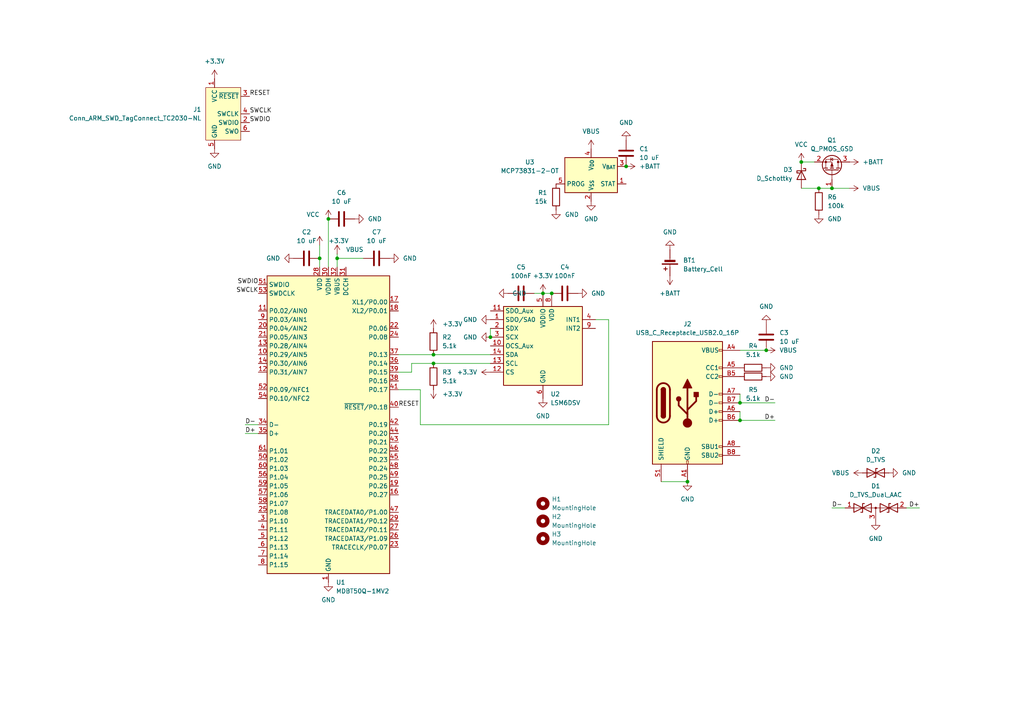
<source format=kicad_sch>
(kicad_sch (version 20231120) (generator "eeschema") (generator_version "8.0")
  (paper "A4")
  (lib_symbols
    (symbol "+3.3V_1" (power) (pin_numbers hide) (pin_names (offset 0) hide)
      (property "Value" "+3.3V" (at 0 3.556 0))
      (symbol "+3.3V_1_0_1"
        (polyline (pts (xy -0.762 1.27) (xy 0 2.54)))
        (polyline (pts (xy 0 0) (xy 0 2.54)))
        (polyline (pts (xy 0 2.54) (xy 0.762 1.27)))
      )
      (symbol "+3.3V_1_1_1"
        (pin power_in line (at 0 0 90) (length 0) (name "~") (number "1"))
      )
    )
    (symbol "+BATT_1" (power) (pin_numbers hide) (pin_names (offset 0) hide)
      (property "Value" "+BATT" (at 0 3.556 0))
      (symbol "+BATT_1_0_1"
        (polyline (pts (xy -0.762 1.27) (xy 0 2.54)))
        (polyline (pts (xy 0 0) (xy 0 2.54)))
        (polyline (pts (xy 0 2.54) (xy 0.762 1.27)))
      )
      (symbol "+BATT_1_1_1"
        (pin power_in line (at 0 0 90) (length 0) (name "~") (number "1"))
      )
    )
    (symbol "Battery_Management:MCP73831-2-OT"
      (property "Reference" "U" (at -7.62 6.35 0))
      (property "Value" "MCP73831-2-OT" (at 1.27 6.35 0))
      (symbol "MCP73831-2-OT_0_1"
        (rectangle (start -7.62 5.08) (end 7.62 -5.08) (stroke (width 0.254)) (fill (type background)))
      )
      (symbol "MCP73831-2-OT_1_1"
        (pin output line (at 10.16 -2.54 180) (length 2.54) (name "STAT") (number "1"))
        (pin power_in line (at 0 -7.62 90) (length 2.54) (name "V_{SS}") (number "2"))
        (pin power_out line (at 10.16 2.54 180) (length 2.54) (name "V_{BAT}") (number "3"))
        (pin power_in line (at 0 7.62 270) (length 2.54) (name "V_{DD}") (number "4"))
        (pin input line (at -10.16 -2.54 0) (length 2.54) (name "PROG") (number "5"))
      )
    )
    (symbol "Connector:Conn_ARM_SWD_TagConnect_TC2030-NL" (in_bom no)
      (property "Reference" "J" (at 2.54 11.43 0))
      (property "Value" "Conn_ARM_SWD_TagConnect_TC2030-NL" (at 2.54 8.89 0))
      (symbol "Conn_ARM_SWD_TagConnect_TC2030-NL_0_0"
        (pin power_in line (at -2.54 10.16 270) (length 2.54) (name "VCC") (number "1"))
        (pin bidirectional line (at 7.62 -2.54 180) (length 2.54) (name "SWDIO") (number "2"))
        (pin open_collector line (at 7.62 5.08 180) (length 2.54) (name "~{RESET}") (number "3"))
        (pin output line (at 7.62 0 180) (length 2.54) (name "SWCLK") (number "4"))
        (pin power_in line (at -2.54 -10.16 90) (length 2.54) (name "GND") (number "5"))
        (pin input line (at 7.62 -5.08 180) (length 2.54) (name "SWO") (number "6"))
      )
      (symbol "Conn_ARM_SWD_TagConnect_TC2030-NL_0_1"
        (rectangle (start -5.08 7.62) (end 5.08 -7.62) (fill (type background)))
      )
    )
    (symbol "Connector:USB_C_Receptacle_USB2.0_16P" (pin_names (offset 1.016))
      (property "Reference" "J" (at 0 22.225 0))
      (property "Value" "USB_C_Receptacle_USB2.0_16P" (at 0 19.685 0))
      (symbol "USB_C_Receptacle_USB2.0_16P_0_0"
        (rectangle (start -0.254 -17.78) (end 0.254 -16.764))
        (rectangle (start 10.16 -14.986) (end 9.144 -15.494))
        (rectangle (start 10.16 -12.446) (end 9.144 -12.954))
        (rectangle (start 10.16 -4.826) (end 9.144 -5.334))
        (rectangle (start 10.16 -2.286) (end 9.144 -2.794))
        (rectangle (start 10.16 0.254) (end 9.144 -0.254))
        (rectangle (start 10.16 2.794) (end 9.144 2.286))
        (rectangle (start 10.16 7.874) (end 9.144 7.366))
        (rectangle (start 10.16 10.414) (end 9.144 9.906))
        (rectangle (start 10.16 15.494) (end 9.144 14.986))
      )
      (symbol "USB_C_Receptacle_USB2.0_16P_0_1"
        (rectangle (start -10.16 17.78) (end 10.16 -17.78) (stroke (width 0.254)) (fill (type background)))
        (arc (start -8.89 -3.81) (mid -6.985 -5.7067) (end -5.08 -3.81) (stroke (width 0.508)))
        (arc (start -7.62 -3.81) (mid -6.985 -4.4423) (end -6.35 -3.81) (stroke (width 0.254)))
        (arc (start -7.62 -3.81) (mid -6.985 -4.4423) (end -6.35 -3.81) (stroke (width 0.254)) (fill (type outline)))
        (rectangle (start -7.62 -3.81) (end -6.35 3.81) (stroke (width 0.254)) (fill (type outline)))
        (arc (start -6.35 3.81) (mid -6.985 4.4423) (end -7.62 3.81) (stroke (width 0.254)))
        (arc (start -6.35 3.81) (mid -6.985 4.4423) (end -7.62 3.81) (stroke (width 0.254)) (fill (type outline)))
        (arc (start -5.08 3.81) (mid -6.985 5.7067) (end -8.89 3.81) (stroke (width 0.508)))
        (circle (center -2.54 1.143) (radius 0.635) (stroke (width 0.254)) (fill (type outline)))
        (circle (center 0 -5.842) (radius 1.27) (fill (type outline)))
        (polyline (pts (xy -8.89 -3.81) (xy -8.89 3.81)) (stroke (width 0.508)))
        (polyline (pts (xy -5.08 3.81) (xy -5.08 -3.81)) (stroke (width 0.508)))
        (polyline (pts (xy 0 -5.842) (xy 0 4.318)) (stroke (width 0.508)))
        (polyline (pts (xy 0 -3.302) (xy -2.54 -0.762) (xy -2.54 0.508)) (stroke (width 0.508)))
        (polyline (pts (xy 0 -2.032) (xy 2.54 0.508) (xy 2.54 1.778)) (stroke (width 0.508)))
        (polyline (pts (xy -1.27 4.318) (xy 0 6.858) (xy 1.27 4.318) (xy -1.27 4.318)) (stroke (width 0.254)) (fill (type outline)))
        (rectangle (start 1.905 1.778) (end 3.175 3.048) (stroke (width 0.254)) (fill (type outline)))
      )
      (symbol "USB_C_Receptacle_USB2.0_16P_1_1"
        (pin passive line (at 0 -22.86 90) (length 5.08) (name "GND") (number "A1"))
        (pin passive line (at 0 -22.86 90) (length 5.08) hide (name "GND") (number "A12"))
        (pin passive line (at 15.24 15.24 180) (length 5.08) (name "VBUS") (number "A4"))
        (pin bidirectional line (at 15.24 10.16 180) (length 5.08) (name "CC1") (number "A5"))
        (pin bidirectional line (at 15.24 -2.54 180) (length 5.08) (name "D+") (number "A6"))
        (pin bidirectional line (at 15.24 2.54 180) (length 5.08) (name "D-") (number "A7"))
        (pin bidirectional line (at 15.24 -12.7 180) (length 5.08) (name "SBU1") (number "A8"))
        (pin passive line (at 15.24 15.24 180) (length 5.08) hide (name "VBUS") (number "A9"))
        (pin passive line (at 0 -22.86 90) (length 5.08) hide (name "GND") (number "B1"))
        (pin passive line (at 0 -22.86 90) (length 5.08) hide (name "GND") (number "B12"))
        (pin passive line (at 15.24 15.24 180) (length 5.08) hide (name "VBUS") (number "B4"))
        (pin bidirectional line (at 15.24 7.62 180) (length 5.08) (name "CC2") (number "B5"))
        (pin bidirectional line (at 15.24 -5.08 180) (length 5.08) (name "D+") (number "B6"))
        (pin bidirectional line (at 15.24 0 180) (length 5.08) (name "D-") (number "B7"))
        (pin bidirectional line (at 15.24 -15.24 180) (length 5.08) (name "SBU2") (number "B8"))
        (pin passive line (at 15.24 15.24 180) (length 5.08) hide (name "VBUS") (number "B9"))
        (pin passive line (at -7.62 -22.86 90) (length 5.08) (name "SHIELD") (number "S1"))
      )
    )
    (symbol "Device:Battery_Cell" (pin_numbers hide) (pin_names (offset 0) hide)
      (property "Reference" "BT" (at 2.54 2.54 0))
      (property "Value" "Battery_Cell" (at 2.54 0 0))
      (symbol "Battery_Cell_0_1"
        (rectangle (start -2.286 1.778) (end 2.286 1.524) (fill (type outline)))
        (rectangle (start -1.524 1.016) (end 1.524 0.508) (fill (type outline)))
        (polyline (pts (xy 0 0.762) (xy 0 0)))
        (polyline (pts (xy 0 1.778) (xy 0 2.54)))
        (polyline (pts (xy 0.762 3.048) (xy 1.778 3.048)) (stroke (width 0.254)))
        (polyline (pts (xy 1.27 3.556) (xy 1.27 2.54)) (stroke (width 0.254)))
      )
      (symbol "Battery_Cell_1_1"
        (pin passive line (at 0 5.08 270) (length 2.54) (name "+") (number "1"))
        (pin passive line (at 0 -2.54 90) (length 2.54) (name "-") (number "2"))
      )
    )
    (symbol "Device:C" (pin_numbers hide) (pin_names (offset 0.254))
      (property "Reference" "C" (at 0.635 2.54 0))
      (property "Value" "C" (at 0.635 -2.54 0))
      (symbol "C_0_1"
        (polyline (pts (xy -2.032 -0.762) (xy 2.032 -0.762)) (stroke (width 0.508)))
        (polyline (pts (xy -2.032 0.762) (xy 2.032 0.762)) (stroke (width 0.508)))
      )
      (symbol "C_1_1"
        (pin passive line (at 0 3.81 270) (length 2.794) (name "~") (number "1"))
        (pin passive line (at 0 -3.81 90) (length 2.794) (name "~") (number "2"))
      )
    )
    (symbol "Device:D_Schottky" (pin_numbers hide) (pin_names (offset 1.016) hide)
      (property "Reference" "D" (at 0 2.54 0))
      (property "Value" "D_Schottky" (at 0 -2.54 0))
      (symbol "D_Schottky_0_1"
        (polyline (pts (xy 1.27 0) (xy -1.27 0)))
        (polyline (pts (xy 1.27 1.27) (xy 1.27 -1.27) (xy -1.27 0) (xy 1.27 1.27)) (stroke (width 0.254)))
        (polyline (pts (xy -1.905 0.635) (xy -1.905 1.27) (xy -1.27 1.27) (xy -1.27 -1.27) (xy -0.635 -1.27) (xy -0.635 -0.635)) (stroke (width 0.254)))
      )
      (symbol "D_Schottky_1_1"
        (pin passive line (at -3.81 0 0) (length 2.54) (name "K") (number "1"))
        (pin passive line (at 3.81 0 180) (length 2.54) (name "A") (number "2"))
      )
    )
    (symbol "Device:D_TVS" (pin_numbers hide) (pin_names (offset 1.016) hide)
      (property "Reference" "D" (at 0 2.54 0))
      (property "Value" "D_TVS" (at 0 -2.54 0))
      (symbol "D_TVS_0_1"
        (polyline (pts (xy 1.27 0) (xy -1.27 0)))
        (polyline (pts (xy 0.508 1.27) (xy 0 1.27) (xy 0 -1.27) (xy -0.508 -1.27)) (stroke (width 0.254)))
        (polyline (pts (xy -2.54 1.27) (xy -2.54 -1.27) (xy 2.54 1.27) (xy 2.54 -1.27) (xy -2.54 1.27)) (stroke (width 0.254)))
      )
      (symbol "D_TVS_1_1"
        (pin passive line (at -3.81 0 0) (length 2.54) (name "A1") (number "1"))
        (pin passive line (at 3.81 0 180) (length 2.54) (name "A2") (number "2"))
      )
    )
    (symbol "Device:D_TVS_Dual_AAC" (pin_names (offset 1.016) hide)
      (property "Reference" "D" (at 0 4.445 0))
      (property "Value" "D_TVS_Dual_AAC" (at 0 2.54 0))
      (symbol "D_TVS_Dual_AAC_0_0"
        (polyline (pts (xy 0 -1.27) (xy 0 0)))
      )
      (symbol "D_TVS_Dual_AAC_0_1"
        (polyline (pts (xy -6.35 0) (xy 6.35 0)))
        (polyline (pts (xy -3.302 1.27) (xy -3.81 1.27) (xy -3.81 -1.27) (xy -4.318 -1.27)) (stroke (width 0.254)))
        (polyline (pts (xy 4.318 1.27) (xy 3.81 1.27) (xy 3.81 -1.27) (xy 3.302 -1.27)) (stroke (width 0.254)))
        (polyline (pts (xy -6.35 1.27) (xy -1.27 -1.27) (xy -1.27 1.27) (xy -6.35 -1.27) (xy -6.35 1.27)) (stroke (width 0.254)))
        (polyline (pts (xy 6.35 1.27) (xy 1.27 -1.27) (xy 1.27 1.27) (xy 6.35 -1.27) (xy 6.35 1.27)) (stroke (width 0.254)))
        (circle (center 0 0) (radius 0.254) (fill (type outline)))
      )
      (symbol "D_TVS_Dual_AAC_1_1"
        (pin passive line (at -8.89 0 0) (length 2.54) (name "A1") (number "1"))
        (pin passive line (at 8.89 0 180) (length 2.54) (name "A2") (number "2"))
        (pin passive line (at 0 -3.81 90) (length 2.54) (name "common") (number "3"))
      )
    )
    (symbol "Device:Q_PMOS_GSD" (pin_names (offset 0) hide)
      (property "Reference" "Q" (at 5.08 1.27 0))
      (property "Value" "Q_PMOS_GSD" (at 5.08 -1.27 0))
      (symbol "Q_PMOS_GSD_0_1"
        (polyline (pts (xy 0.254 0) (xy -2.54 0)))
        (polyline (pts (xy 0.254 1.905) (xy 0.254 -1.905)) (stroke (width 0.254)))
        (polyline (pts (xy 0.762 -1.27) (xy 0.762 -2.286)) (stroke (width 0.254)))
        (polyline (pts (xy 0.762 0.508) (xy 0.762 -0.508)) (stroke (width 0.254)))
        (polyline (pts (xy 0.762 2.286) (xy 0.762 1.27)) (stroke (width 0.254)))
        (polyline (pts (xy 2.54 2.54) (xy 2.54 1.778)))
        (polyline (pts (xy 2.54 -2.54) (xy 2.54 0) (xy 0.762 0)))
        (polyline (pts (xy 0.762 1.778) (xy 3.302 1.778) (xy 3.302 -1.778) (xy 0.762 -1.778)))
        (polyline (pts (xy 2.286 0) (xy 1.27 0.381) (xy 1.27 -0.381) (xy 2.286 0)) (fill (type outline)))
        (polyline (pts (xy 2.794 -0.508) (xy 2.921 -0.381) (xy 3.683 -0.381) (xy 3.81 -0.254)))
        (polyline (pts (xy 3.302 -0.381) (xy 2.921 0.254) (xy 3.683 0.254) (xy 3.302 -0.381)))
        (circle (center 1.651 0) (radius 2.794) (stroke (width 0.254)))
        (circle (center 2.54 -1.778) (radius 0.254) (fill (type outline)))
        (circle (center 2.54 1.778) (radius 0.254) (fill (type outline)))
      )
      (symbol "Q_PMOS_GSD_1_1"
        (pin input line (at -5.08 0 0) (length 2.54) (name "G") (number "1"))
        (pin passive line (at 2.54 -5.08 90) (length 2.54) (name "S") (number "2"))
        (pin passive line (at 2.54 5.08 270) (length 2.54) (name "D") (number "3"))
      )
    )
    (symbol "Device:R" (pin_numbers hide) (pin_names (offset 0))
      (property "Reference" "R" (at 2.032 0 90))
      (property "Value" "R" (at 0 0 90))
      (symbol "R_0_1"
        (rectangle (start -1.016 -2.54) (end 1.016 2.54) (stroke (width 0.254)))
      )
      (symbol "R_1_1"
        (pin passive line (at 0 3.81 270) (length 1.27) (name "~") (number "1"))
        (pin passive line (at 0 -3.81 90) (length 1.27) (name "~") (number "2"))
      )
    )
    (symbol "GND_1" (power) (pin_numbers hide) (pin_names (offset 0) hide)
      (property "Value" "GND" (at 0 -3.81 0))
      (symbol "GND_1_0_1"
        (polyline (pts (xy 0 0) (xy 0 -1.27) (xy 1.27 -1.27) (xy 0 -2.54) (xy -1.27 -1.27) (xy 0 -1.27)))
      )
      (symbol "GND_1_1_1"
        (pin power_in line (at 0 0 270) (length 0) (name "~") (number "1"))
      )
    )
    (symbol "GND_2" (power) (pin_numbers hide) (pin_names (offset 0) hide)
      (property "Value" "GND" (at 0 -3.81 0))
      (symbol "GND_2_0_1"
        (polyline (pts (xy 0 0) (xy 0 -1.27) (xy 1.27 -1.27) (xy 0 -2.54) (xy -1.27 -1.27) (xy 0 -1.27)))
      )
      (symbol "GND_2_1_1"
        (pin power_in line (at 0 0 270) (length 0) (name "~") (number "1"))
      )
    )
    (symbol "GND_3" (power) (pin_numbers hide) (pin_names (offset 0) hide)
      (property "Value" "GND" (at 0 -3.81 0))
      (symbol "GND_3_0_1"
        (polyline (pts (xy 0 0) (xy 0 -1.27) (xy 1.27 -1.27) (xy 0 -2.54) (xy -1.27 -1.27) (xy 0 -1.27)))
      )
      (symbol "GND_3_1_1"
        (pin power_in line (at 0 0 270) (length 0) (name "~") (number "1"))
      )
    )
    (symbol "GND_4" (power) (pin_numbers hide) (pin_names (offset 0) hide)
      (property "Value" "GND" (at 0 -3.81 0))
      (symbol "GND_4_0_1"
        (polyline (pts (xy 0 0) (xy 0 -1.27) (xy 1.27 -1.27) (xy 0 -2.54) (xy -1.27 -1.27) (xy 0 -1.27)))
      )
      (symbol "GND_4_1_1"
        (pin power_in line (at 0 0 270) (length 0) (name "~") (number "1"))
      )
    )
    (symbol "Mechanical:MountingHole" (pin_names (offset 1.016))
      (property "Reference" "H" (at 0 5.08 0))
      (property "Value" "MountingHole" (at 0 3.175 0))
      (symbol "MountingHole_0_1"
        (circle (center 0 0) (radius 1.27) (stroke (width 1.27)))
      )
    )
    (symbol "RF_Module:MDBT50Q-1MV2"
      (property "Reference" "U" (at 0 0 0))
      (property "Value" "MDBT50Q-1MV2" (at 0 -2.54 0))
      (symbol "MDBT50Q-1MV2_0_1"
        (rectangle (start -17.78 43.18) (end 17.78 -43.18) (stroke (width 0.254)) (fill (type background)))
      )
      (symbol "MDBT50Q-1MV2_1_1"
        (pin power_in line (at 0 -45.72 90) (length 2.54) (name "GND") (number "1"))
        (pin bidirectional line (at -20.32 20.32 0) (length 2.54) (name "P0.29/AIN5") (number "10"))
        (pin bidirectional line (at -20.32 33.02 0) (length 2.54) (name "P0.02/AIN0") (number "11"))
        (pin bidirectional line (at -20.32 15.24 0) (length 2.54) (name "P0.31/AIN7") (number "12"))
        (pin bidirectional line (at -20.32 22.86 0) (length 2.54) (name "P0.28/AIN4") (number "13"))
        (pin bidirectional line (at -20.32 17.78 0) (length 2.54) (name "P0.30/AIN6") (number "14"))
        (pin passive line (at 0 -45.72 90) (length 2.54) hide (name "GND") (number "15"))
        (pin bidirectional line (at 20.32 -20.32 180) (length 2.54) (name "P0.27") (number "16"))
        (pin bidirectional line (at 20.32 35.56 180) (length 2.54) (name "XL1/P0.00") (number "17"))
        (pin bidirectional line (at 20.32 33.02 180) (length 2.54) (name "XL2/P0.01") (number "18"))
        (pin bidirectional line (at 20.32 -17.78 180) (length 2.54) (name "P0.26") (number "19"))
        (pin passive line (at 0 -45.72 90) (length 2.54) hide (name "GND") (number "2"))
        (pin bidirectional line (at -20.32 27.94 0) (length 2.54) (name "P0.04/AIN2") (number "20"))
        (pin bidirectional line (at -20.32 25.4 0) (length 2.54) (name "P0.05/AIN3") (number "21"))
        (pin bidirectional line (at 20.32 27.94 180) (length 2.54) (name "P0.06") (number "22"))
        (pin bidirectional line (at 20.32 -35.56 180) (length 2.54) (name "TRACECLK/P0.07") (number "23"))
        (pin bidirectional line (at 20.32 25.4 180) (length 2.54) (name "P0.08") (number "24"))
        (pin bidirectional line (at -20.32 -25.4 0) (length 2.54) (name "P1.08") (number "25"))
        (pin bidirectional line (at 20.32 -33.02 180) (length 2.54) (name "TRACEDATA3/P1.09") (number "26"))
        (pin bidirectional line (at 20.32 -30.48 180) (length 2.54) (name "TRACEDATA2/P0.11") (number "27"))
        (pin power_in line (at -2.54 45.72 270) (length 2.54) (name "VDD") (number "28"))
        (pin bidirectional line (at 20.32 -27.94 180) (length 2.54) (name "TRACEDATA1/P0.12") (number "29"))
        (pin bidirectional line (at -20.32 -27.94 0) (length 2.54) (name "P1.10") (number "3"))
        (pin power_in line (at 0 45.72 270) (length 2.54) (name "VDDH") (number "30"))
        (pin power_out line (at 5.08 45.72 270) (length 2.54) (name "DCCH") (number "31"))
        (pin power_in line (at 2.54 45.72 270) (length 2.54) (name "VBUS") (number "32"))
        (pin passive line (at 0 -45.72 90) (length 2.54) hide (name "GND") (number "33"))
        (pin bidirectional line (at -20.32 0 0) (length 2.54) (name "D-") (number "34"))
        (pin bidirectional line (at -20.32 -2.54 0) (length 2.54) (name "D+") (number "35"))
        (pin bidirectional line (at 20.32 17.78 180) (length 2.54) (name "P0.14") (number "36"))
        (pin bidirectional line (at 20.32 20.32 180) (length 2.54) (name "P0.13") (number "37"))
        (pin bidirectional line (at 20.32 12.7 180) (length 2.54) (name "P0.16") (number "38"))
        (pin bidirectional line (at 20.32 15.24 180) (length 2.54) (name "P0.15") (number "39"))
        (pin bidirectional line (at -20.32 -30.48 0) (length 2.54) (name "P1.11") (number "4"))
        (pin bidirectional line (at 20.32 5.08 180) (length 2.54) (name "~{RESET}/P0.18") (number "40"))
        (pin bidirectional line (at 20.32 10.16 180) (length 2.54) (name "P0.17") (number "41"))
        (pin bidirectional line (at 20.32 0 180) (length 2.54) (name "P0.19") (number "42"))
        (pin bidirectional line (at 20.32 -5.08 180) (length 2.54) (name "P0.21") (number "43"))
        (pin bidirectional line (at 20.32 -2.54 180) (length 2.54) (name "P0.20") (number "44"))
        (pin bidirectional line (at 20.32 -10.16 180) (length 2.54) (name "P0.23") (number "45"))
        (pin bidirectional line (at 20.32 -7.62 180) (length 2.54) (name "P0.22") (number "46"))
        (pin bidirectional line (at 20.32 -25.4 180) (length 2.54) (name "TRACEDATA0/P1.00") (number "47"))
        (pin bidirectional line (at 20.32 -12.7 180) (length 2.54) (name "P0.24") (number "48"))
        (pin bidirectional line (at 20.32 -15.24 180) (length 2.54) (name "P0.25") (number "49"))
        (pin bidirectional line (at -20.32 -33.02 0) (length 2.54) (name "P1.12") (number "5"))
        (pin bidirectional line (at -20.32 -10.16 0) (length 2.54) (name "P1.02") (number "50"))
        (pin bidirectional line (at -20.32 40.64 0) (length 2.54) (name "SWDIO") (number "51"))
        (pin bidirectional line (at -20.32 10.16 0) (length 2.54) (name "P0.09/NFC1") (number "52"))
        (pin input line (at -20.32 38.1 0) (length 2.54) (name "SWDCLK") (number "53"))
        (pin bidirectional line (at -20.32 7.62 0) (length 2.54) (name "P0.10/NFC2") (number "54"))
        (pin passive line (at 0 -45.72 90) (length 2.54) hide (name "GND") (number "55"))
        (pin bidirectional line (at -20.32 -15.24 0) (length 2.54) (name "P1.04") (number "56"))
        (pin bidirectional line (at -20.32 -20.32 0) (length 2.54) (name "P1.06") (number "57"))
        (pin bidirectional line (at -20.32 -22.86 0) (length 2.54) (name "P1.07") (number "58"))
        (pin bidirectional line (at -20.32 -17.78 0) (length 2.54) (name "P1.05") (number "59"))
        (pin bidirectional line (at -20.32 -35.56 0) (length 2.54) (name "P1.13") (number "6"))
        (pin bidirectional line (at -20.32 -12.7 0) (length 2.54) (name "P1.03") (number "60"))
        (pin bidirectional line (at -20.32 -7.62 0) (length 2.54) (name "P1.01") (number "61"))
        (pin bidirectional line (at -20.32 -38.1 0) (length 2.54) (name "P1.14") (number "7"))
        (pin bidirectional line (at -20.32 -40.64 0) (length 2.54) (name "P1.15") (number "8"))
        (pin bidirectional line (at -20.32 30.48 0) (length 2.54) (name "P0.03/AIN1") (number "9"))
      )
    )
    (symbol "VBUS_1" (power) (pin_numbers hide) (pin_names (offset 0) hide)
      (property "Value" "VBUS" (at 0 3.556 0))
      (symbol "VBUS_1_0_1"
        (polyline (pts (xy -0.762 1.27) (xy 0 2.54)))
        (polyline (pts (xy 0 0) (xy 0 2.54)))
        (polyline (pts (xy 0 2.54) (xy 0.762 1.27)))
      )
      (symbol "VBUS_1_1_1"
        (pin power_in line (at 0 0 90) (length 0) (name "~") (number "1"))
      )
    )
    (symbol "VBUS_2" (power) (pin_numbers hide) (pin_names (offset 0) hide)
      (property "Value" "VBUS" (at 0 3.556 0))
      (symbol "VBUS_2_0_1"
        (polyline (pts (xy -0.762 1.27) (xy 0 2.54)))
        (polyline (pts (xy 0 0) (xy 0 2.54)))
        (polyline (pts (xy 0 2.54) (xy 0.762 1.27)))
      )
      (symbol "VBUS_2_1_1"
        (pin power_in line (at 0 0 90) (length 0) (name "~") (number "1"))
      )
    )
    (symbol "VBUS_3" (power) (pin_numbers hide) (pin_names (offset 0) hide)
      (property "Value" "VBUS" (at 0 3.556 0))
      (symbol "VBUS_3_0_1"
        (polyline (pts (xy -0.762 1.27) (xy 0 2.54)))
        (polyline (pts (xy 0 0) (xy 0 2.54)))
        (polyline (pts (xy 0 2.54) (xy 0.762 1.27)))
      )
      (symbol "VBUS_3_1_1"
        (pin power_in line (at 0 0 90) (length 0) (name "~") (number "1"))
      )
    )
    (symbol "adhoc:LSM6DSV"
      (property "Reference" "U" (at -11.43 15.24 0))
      (property "Value" "LSM6DSV" (at -11.43 12.7 0))
      (symbol "LSM6DSV_0_1"
        (rectangle (start 11.43 11.43) (end -11.43 -11.43) (stroke (width 0.254)) (fill (type background)))
      )
      (symbol "LSM6DSV_1_1"
        (pin bidirectional line (at -15.24 7.62 0) (length 3.81) (name "SDO/SA0") (number "1"))
        (pin passive line (at -15.24 0 0) (length 3.81) (name "OCS_Aux") (number "10"))
        (pin bidirectional line (at -15.24 10.16 0) (length 3.81) (name "SDO_Aux") (number "11"))
        (pin input line (at -15.24 -7.62 0) (length 3.81) (name "CS") (number "12"))
        (pin input line (at -15.24 -5.08 0) (length 3.81) (name "SCL") (number "13"))
        (pin bidirectional line (at -15.24 -2.54 0) (length 3.81) (name "SDA") (number "14"))
        (pin bidirectional line (at -15.24 5.08 0) (length 3.81) (name "SDX") (number "2"))
        (pin input line (at -15.24 2.54 0) (length 3.81) (name "SCX") (number "3"))
        (pin output line (at 15.24 7.62 180) (length 3.81) (name "INT1") (number "4"))
        (pin power_in line (at 0 15.24 270) (length 3.81) (name "VDDIO") (number "5"))
        (pin power_in line (at 0 -15.24 90) (length 3.81) (name "GND") (number "6"))
        (pin passive line (at 0 -15.24 90) (length 3.81) hide (name "GND") (number "7"))
        (pin power_in line (at 2.54 15.24 270) (length 3.81) (name "VDD") (number "8"))
        (pin output line (at 15.24 5.08 180) (length 3.81) (name "INT2") (number "9"))
      )
    )
    (symbol "power:+3.3V" (power) (pin_names (offset 0))
      (property "Value" "+3.3V" (at 0 3.556 0))
      (symbol "+3.3V_0_1"
        (polyline (pts (xy -0.762 1.27) (xy 0 2.54)))
        (polyline (pts (xy 0 0) (xy 0 2.54)))
        (polyline (pts (xy 0 2.54) (xy 0.762 1.27)))
      )
      (symbol "+3.3V_1_1"
        (pin power_in line (at 0 0 90) (length 0) hide (name "+3.3V") (number "1"))
      )
    )
    (symbol "power:+BATT" (power) (pin_names (offset 0))
      (property "Value" "+BATT" (at 0 3.556 0))
      (symbol "+BATT_0_1"
        (polyline (pts (xy -0.762 1.27) (xy 0 2.54)))
        (polyline (pts (xy 0 0) (xy 0 2.54)))
        (polyline (pts (xy 0 2.54) (xy 0.762 1.27)))
      )
      (symbol "+BATT_1_1"
        (pin power_in line (at 0 0 90) (length 0) hide (name "+BATT") (number "1"))
      )
    )
    (symbol "power:GND" (power) (pin_names (offset 0))
      (property "Value" "GND" (at 0 -3.81 0))
      (symbol "GND_0_1"
        (polyline (pts (xy 0 0) (xy 0 -1.27) (xy 1.27 -1.27) (xy 0 -2.54) (xy -1.27 -1.27) (xy 0 -1.27)))
      )
      (symbol "GND_1_1"
        (pin power_in line (at 0 0 270) (length 0) hide (name "GND") (number "1"))
      )
    )
    (symbol "power:VBUS" (power) (pin_names (offset 0))
      (property "Value" "VBUS" (at 0 3.81 0))
      (symbol "VBUS_0_1"
        (polyline (pts (xy -0.762 1.27) (xy 0 2.54)))
        (polyline (pts (xy 0 0) (xy 0 2.54)))
        (polyline (pts (xy 0 2.54) (xy 0.762 1.27)))
      )
      (symbol "VBUS_1_1"
        (pin power_in line (at 0 0 90) (length 0) hide (name "VBUS") (number "1"))
      )
    )
    (symbol "power:VCC" (power) (pin_numbers hide) (pin_names (offset 0) hide)
      (property "Value" "VCC" (at 0 3.556 0))
      (symbol "VCC_0_1"
        (polyline (pts (xy -0.762 1.27) (xy 0 2.54)))
        (polyline (pts (xy 0 0) (xy 0 2.54)))
        (polyline (pts (xy 0 2.54) (xy 0.762 1.27)))
      )
      (symbol "VCC_1_1"
        (pin power_in line (at 0 0 90) (length 0) (name "~") (number "1"))
      )
    )
  )
  (junction (at 222.25 101.6))
  (junction (at 142.24 97.79))
  (junction (at 232.41 46.99))
  (junction (at 199.39 139.7))
  (junction (at 125.73 102.87))
  (junction (at 97.79 74.93))
  (junction (at 125.73 105.41))
  (junction (at 160.02 85.09))
  (junction (at 181.61 48.26))
  (junction (at 241.3 54.61))
  (junction (at 92.71 74.93))
  (junction (at 157.48 85.09))
  (junction (at 95.25 63.5))
  (junction (at 214.63 116.84))
  (junction (at 214.63 121.92))
  (junction (at 237.49 54.61))
  (wire (pts (xy 119.38 105.41) (xy 119.38 107.95)))
  (wire (pts (xy 157.48 85.09) (xy 160.02 85.09)))
  (wire (pts (xy 125.73 102.87) (xy 142.24 102.87)))
  (wire (pts (xy 214.63 114.3) (xy 214.63 116.84)))
  (wire (pts (xy 71.12 123.19) (xy 74.93 123.19)))
  (wire (pts (xy 97.79 74.93) (xy 97.79 77.47)))
  (wire (pts (xy 224.79 116.84) (xy 214.63 116.84)))
  (wire (pts (xy 176.53 92.71) (xy 176.53 123.19)))
  (wire (pts (xy 119.38 107.95) (xy 115.57 107.95)))
  (wire (pts (xy 142.24 95.25) (xy 142.24 97.79)))
  (wire (pts (xy 154.94 85.09) (xy 157.48 85.09)))
  (wire (pts (xy 266.7 147.32) (xy 262.89 147.32)))
  (wire (pts (xy 71.12 125.73) (xy 74.93 125.73)))
  (wire (pts (xy 172.72 92.71) (xy 176.53 92.71)))
  (wire (pts (xy 222.25 101.6) (xy 214.63 101.6)))
  (wire (pts (xy 105.41 74.93) (xy 97.79 74.93)))
  (wire (pts (xy 97.79 73.66) (xy 97.79 74.93)))
  (wire (pts (xy 241.3 54.61) (xy 237.49 54.61)))
  (wire (pts (xy 115.57 113.03) (xy 121.92 113.03)))
  (wire (pts (xy 92.71 71.12) (xy 92.71 74.93)))
  (wire (pts (xy 125.73 105.41) (xy 119.38 105.41)))
  (wire (pts (xy 95.25 63.5) (xy 95.25 77.47)))
  (wire (pts (xy 236.22 46.99) (xy 232.41 46.99)))
  (wire (pts (xy 241.3 147.32) (xy 245.11 147.32)))
  (wire (pts (xy 191.77 139.7) (xy 199.39 139.7)))
  (wire (pts (xy 214.63 121.92) (xy 224.79 121.92)))
  (wire (pts (xy 121.92 123.19) (xy 176.53 123.19)))
  (wire (pts (xy 92.71 74.93) (xy 92.71 77.47)))
  (wire (pts (xy 115.57 102.87) (xy 125.73 102.87)))
  (wire (pts (xy 142.24 105.41) (xy 125.73 105.41)))
  (wire (pts (xy 214.63 119.38) (xy 214.63 121.92)))
  (wire (pts (xy 246.38 54.61) (xy 241.3 54.61)))
  (wire (pts (xy 121.92 113.03) (xy 121.92 123.19)))
  (wire (pts (xy 237.49 54.61) (xy 232.41 54.61)))
  (label "SWCLK" (at 72.39 33.02 0))
  (label "D+" (at 71.12 125.73 0))
  (label "D+" (at 266.7 147.32 180))
  (label "D+" (at 224.79 121.92 180))
  (label "SWDIO" (at 74.93 82.55 180))
  (label "D-" (at 241.3 147.32 0))
  (label "SWDIO" (at 72.39 35.56 0))
  (label "SWCLK" (at 74.93 85.09 180))
  (label "RESET" (at 115.57 118.11 0))
  (label "RESET" (at 72.39 27.94 0))
  (label "D-" (at 224.79 116.84 180))
  (label "D-" (at 71.12 123.19 0))
  (symbol (lib_id "Device:Battery_Cell") (at 194.31 74.93 180) (unit 1)
    (property "Reference" "BT1" (at 198.12 75.5014 0) (effects (justify right)))
    (property "Value" "Battery_Cell" (at 198.12 78.0414 0) (effects (justify right)))
    (property "Footprint" "adhoc:Molex_Pico-EZmate_78171-0002_1x02-1MP_P1.20mm_Vertical" (effects (hide yes)))
  )
  (symbol (lib_id "Device:Q_PMOS_GSD") (at 241.3 49.53 270) (mirror x) (unit 1)
    (property "Reference" "Q1" (at 241.3 40.64 90))
    (property "Value" "Q_PMOS_GSD" (at 241.3 43.18 90))
    (property "Footprint" "Package_TO_SOT_SMD:SOT-23" (effects (hide yes)))
    (property "Description" "P-MOSFET transistor, gate/source/drain" (effects (hide yes)))
  )
  (symbol (lib_id "power:GND") (at 142.24 97.79 270) (unit 1)
    (property "Reference" "#PWR017" (effects (hide yes)))
    (property "Value" "GND" (at 138.43 97.7899 90) (effects (justify right)))
  )
  (symbol (lib_id "Device:D_TVS") (at 254 137.16 0) (unit 1)
    (property "Reference" "D2" (at 254 130.81 0))
    (property "Value" "D_TVS" (at 254 133.35 0))
    (property "Footprint" "Diode_SMD:D_0603_1608Metric" (effects (hide yes)))
    (property "Description" "Bidirectional transient-voltage-suppression diode" (effects (hide yes)))
  )
  (symbol (lib_id "power:VCC") (at 232.41 46.99 0) (unit 1)
    (property "Reference" "#PWR037" (effects (hide yes)))
    (property "Value" "VCC" (at 232.41 41.91 0))
    (property "Description" "Power symbol creates a global label with name \"VCC\"" (effects (hide yes)))
  )
  (symbol (lib_name "GND_3") (lib_id "power:GND") (at 254 151.13 0) (unit 1)
    (property "Reference" "#PWR033" (effects (hide yes)))
    (property "Value" "GND" (at 254 156.21 0))
    (property "Description" "Power symbol creates a global label with name \"GND\" , ground" (effects (hide yes)))
  )
  (symbol (lib_name "GND_4") (lib_id "power:GND") (at 237.49 62.23 0) (unit 1)
    (property "Reference" "#PWR036" (effects (hide yes)))
    (property "Value" "GND" (at 240.03 63.4999 0) (effects (justify left)))
    (property "Description" "Power symbol creates a global label with name \"GND\" , ground" (effects (hide yes)))
  )
  (symbol (lib_id "Mechanical:MountingHole") (at 157.48 151.13 0) (unit 1)
    (property "Reference" "H2" (at 160.02 149.8599 0) (effects (justify left)))
    (property "Value" "MountingHole" (at 160.02 152.3999 0) (effects (justify left)))
    (property "Footprint" "adhoc:MountingHole_1.8mm_M1.6" (effects (hide yes)))
  )
  (symbol (lib_id "power:+3.3V") (at 125.73 95.25 0) (unit 1)
    (property "Reference" "#PWR027" (effects (hide yes)))
    (property "Value" "+3.3V" (at 128.27 93.9799 0) (effects (justify left)))
  )
  (symbol (lib_id "Device:C") (at 181.61 44.45 180) (unit 1)
    (property "Reference" "C1" (at 185.42 43.1799 0) (effects (justify right)))
    (property "Value" "10 uF" (at 185.42 45.7199 0) (effects (justify right)))
    (property "Footprint" "Capacitor_SMD:C_0603_1608Metric" (effects (hide yes)))
  )
  (symbol (lib_id "power:+3.3V") (at 142.24 107.95 90) (unit 1)
    (property "Reference" "#PWR026" (effects (hide yes)))
    (property "Value" "+3.3V" (at 138.43 107.9499 90) (effects (justify left)))
  )
  (symbol (lib_id "Device:R") (at 218.44 109.22 90) (unit 1)
    (property "Reference" "R5" (at 218.44 113.03 90))
    (property "Value" "5.1k" (at 218.44 115.57 90))
    (property "Footprint" "Resistor_SMD:R_0603_1608Metric" (effects (hide yes)))
  )
  (symbol (lib_id "power:GND") (at 161.29 60.96 0) (unit 1)
    (property "Reference" "#PWR019" (effects (hide yes)))
    (property "Value" "GND" (at 163.83 62.2299 0) (effects (justify left)))
  )
  (symbol (lib_id "Device:R") (at 237.49 58.42 180) (unit 1)
    (property "Reference" "R6" (at 240.03 57.1499 0) (effects (justify right)))
    (property "Value" "100k" (at 240.03 59.6899 0) (effects (justify right)))
    (property "Footprint" "Resistor_SMD:R_0603_1608Metric" (effects (hide yes)))
    (property "Description" "Resistor" (effects (hide yes)))
  )
  (symbol (lib_id "power:GND") (at 222.25 106.68 90) (unit 1)
    (property "Reference" "#PWR028" (effects (hide yes)))
    (property "Value" "GND" (at 226.06 106.6799 90) (effects (justify right)))
  )
  (symbol (lib_id "power:GND") (at 167.64 85.09 90) (unit 1)
    (property "Reference" "#PWR012" (effects (hide yes)))
    (property "Value" "GND" (at 171.45 85.0899 90) (effects (justify right)))
  )
  (symbol (lib_id "power:GND") (at 142.24 92.71 270) (unit 1)
    (property "Reference" "#PWR010" (effects (hide yes)))
    (property "Value" "GND" (at 138.43 92.7099 90) (effects (justify right)))
  )
  (symbol (lib_id "Device:D_TVS_Dual_AAC") (at 254 147.32 0) (unit 1)
    (property "Reference" "D1" (at 254 140.97 0))
    (property "Value" "D_TVS_Dual_AAC" (at 254 143.51 0))
    (property "Footprint" "adhoc:SOT-23_AltChevron" (effects (hide yes)))
    (property "Description" "Bidirectional dual transient-voltage-suppression diode, center on pin 3" (effects (hide yes)))
  )
  (symbol (lib_id "Battery_Management:MCP73831-2-OT") (at 171.45 50.8 0) (unit 1)
    (property "Reference" "U3" (at 153.67 47.0214 0))
    (property "Value" "MCP73831-2-OT" (at 153.67 49.5614 0))
    (property "Footprint" "Package_TO_SOT_SMD:SOT-23-5" (effects (hide yes)))
    (property "Datasheet" "http://ww1.microchip.com/downloads/en/DeviceDoc/20001984g.pdf" (effects (hide yes)))
  )
  (symbol (lib_name "VBUS_1") (lib_id "power:VBUS") (at 97.79 73.66 0) (unit 1)
    (property "Reference" "#PWR030" (effects (hide yes)))
    (property "Value" "VBUS" (at 100.33 72.3899 0) (effects (justify left)))
    (property "Description" "Power symbol creates a global label with name \"VBUS\"" (effects (hide yes)))
  )
  (symbol (lib_id "Device:C") (at 99.06 63.5 270) (unit 1)
    (property "Reference" "C6" (at 99.06 55.88 90))
    (property "Value" "10 uF" (at 99.06 58.42 90))
    (property "Footprint" "Capacitor_SMD:C_0603_1608Metric" (effects (hide yes)))
  )
  (symbol (lib_id "Mechanical:MountingHole") (at 157.48 146.05 0) (unit 1)
    (property "Reference" "H1" (at 160.02 144.7799 0) (effects (justify left)))
    (property "Value" "MountingHole" (at 160.02 147.3199 0) (effects (justify left)))
    (property "Footprint" "adhoc:MountingHole_1.8mm_M1.6" (effects (hide yes)))
  )
  (symbol (lib_id "Connector:Conn_ARM_SWD_TagConnect_TC2030-NL") (at 64.77 33.02 0) (unit 1) (in_bom no)
    (property "Reference" "J1" (at 58.42 31.7499 0) (effects (justify right)))
    (property "Value" "Conn_ARM_SWD_TagConnect_TC2030-NL" (at 58.42 34.2899 0) (effects (justify right)))
    (property "Footprint" "Connector:Tag-Connect_TC2030-IDC-NL_2x03_P1.27mm_Vertical" (effects (hide yes)))
    (property "Datasheet" "https://www.tag-connect.com/wp-content/uploads/bsk-pdf-manager/TC2030-CTX_1.pdf" (effects (hide yes)))
  )
  (symbol (lib_id "Device:C") (at 151.13 85.09 90) (unit 1)
    (property "Reference" "C5" (at 151.13 77.47 90))
    (property "Value" "100nF" (at 151.13 80.01 90))
    (property "Footprint" "Capacitor_SMD:C_0603_1608Metric" (effects (hide yes)))
  )
  (symbol (lib_name "VBUS_3") (lib_id "power:VBUS") (at 246.38 54.61 270) (unit 1)
    (property "Reference" "#PWR035" (effects (hide yes)))
    (property "Value" "VBUS" (at 250.19 54.6099 90) (effects (justify left)))
    (property "Description" "Power symbol creates a global label with name \"VBUS\"" (effects (hide yes)))
  )
  (symbol (lib_id "power:VBUS") (at 222.25 101.6 270) (unit 1)
    (property "Reference" "#PWR03" (effects (hide yes)))
    (property "Value" "VBUS" (at 226.06 101.5999 90) (effects (justify left)))
  )
  (symbol (lib_id "power:VCC") (at 95.25 63.5 0) (unit 1)
    (property "Reference" "#PWR08" (effects (hide yes)))
    (property "Value" "VCC" (at 92.71 62.2299 0) (effects (justify right)))
    (property "Description" "Power symbol creates a global label with name \"VCC\"" (effects (hide yes)))
  )
  (symbol (lib_id "power:GND") (at 222.25 109.22 90) (unit 1)
    (property "Reference" "#PWR029" (effects (hide yes)))
    (property "Value" "GND" (at 226.06 109.2199 90) (effects (justify right)))
  )
  (symbol (lib_id "power:+3.3V") (at 92.71 71.12 0) (unit 1)
    (property "Reference" "#PWR021" (effects (hide yes)))
    (property "Value" "+3.3V" (at 95.25 69.8499 0) (effects (justify left)))
  )
  (symbol (lib_id "power:GND") (at 157.48 115.57 0) (unit 1)
    (property "Reference" "#PWR025" (effects (hide yes)))
    (property "Value" "GND" (at 157.48 120.65 0))
  )
  (symbol (lib_id "power:+BATT") (at 181.61 48.26 270) (unit 1)
    (property "Reference" "#PWR015" (effects (hide yes)))
    (property "Value" "+BATT" (at 185.42 48.2599 90) (effects (justify left)))
  )
  (symbol (lib_id "Device:C") (at 109.22 74.93 90) (unit 1)
    (property "Reference" "C7" (at 109.22 67.31 90))
    (property "Value" "10 uF" (at 109.22 69.85 90))
    (property "Footprint" "Capacitor_SMD:C_0603_1608Metric" (effects (hide yes)))
  )
  (symbol (lib_id "power:VBUS") (at 171.45 43.18 0) (unit 1)
    (property "Reference" "#PWR018" (effects (hide yes)))
    (property "Value" "VBUS" (at 171.45 38.1 0))
  )
  (symbol (lib_id "RF_Module:MDBT50Q-1MV2") (at 95.25 123.19 0) (unit 1)
    (property "Reference" "U1" (at 97.4441 168.91 0) (effects (justify left)))
    (property "Value" "MDBT50Q-1MV2" (at 97.4441 171.45 0) (effects (justify left)))
    (property "Footprint" "RF_Module:Raytac_MDBT50Q" (effects (hide yes)))
    (property "Datasheet" "https://www.raytac.com/download/index.php?index_id=43" (effects (hide yes)))
  )
  (symbol (lib_id "power:GND") (at 113.03 74.93 90) (unit 1)
    (property "Reference" "#PWR022" (effects (hide yes)))
    (property "Value" "GND" (at 116.84 74.9299 90) (effects (justify right)))
  )
  (symbol (lib_id "Device:R") (at 125.73 99.06 0) (unit 1)
    (property "Reference" "R2" (at 128.27 97.7899 0) (effects (justify left)))
    (property "Value" "5.1k" (at 128.27 100.3299 0) (effects (justify left)))
    (property "Footprint" "Resistor_SMD:R_0603_1608Metric" (effects (hide yes)))
  )
  (symbol (lib_id "Device:D_Schottky") (at 232.41 50.8 270) (unit 1)
    (property "Reference" "D3" (at 229.87 49.2124 90) (effects (justify right)))
    (property "Value" "D_Schottky" (at 229.87 51.7524 90) (effects (justify right)))
    (property "Footprint" "Diode_SMD:D_0603_1608Metric" (effects (hide yes)))
    (property "Description" "Schottky diode" (effects (hide yes)))
  )
  (symbol (lib_id "power:GND") (at 147.32 85.09 270) (unit 1)
    (property "Reference" "#PWR014" (effects (hide yes)))
    (property "Value" "GND" (at 148.59 85.0899 90) (effects (justify left)))
  )
  (symbol (lib_id "power:GND") (at 62.23 43.18 0) (unit 1)
    (property "Reference" "#PWR011" (effects (hide yes)))
    (property "Value" "GND" (at 62.23 48.26 0))
  )
  (symbol (lib_id "power:GND") (at 222.25 93.98 180) (unit 1)
    (property "Reference" "#PWR020" (effects (hide yes)))
    (property "Value" "GND" (at 222.25 88.9 0))
  )
  (symbol (lib_id "adhoc:LSM6DSV") (at 157.48 100.33 0) (unit 1)
    (property "Reference" "U2" (at 159.6741 114.3 0) (effects (justify left)))
    (property "Value" "LSM6DSV" (at 159.6741 116.84 0) (effects (justify left)))
    (property "Footprint" "Package_LGA:LGA-14_3x2.5mm_P0.5mm_LayoutBorder3x4y" (effects (hide yes)))
    (property "Datasheet" "https://www.st.com/resource/en/datasheet/lsm6dsr.pdf" (effects (hide yes)))
  )
  (symbol (lib_id "power:GND") (at 171.45 58.42 0) (unit 1)
    (property "Reference" "#PWR01" (effects (hide yes)))
    (property "Value" "GND" (at 171.45 63.5 0))
  )
  (symbol (lib_id "power:GND") (at 194.31 72.39 180) (unit 1)
    (property "Reference" "#PWR02" (effects (hide yes)))
    (property "Value" "GND" (at 194.31 67.31 0))
  )
  (symbol (lib_id "power:GND") (at 181.61 40.64 180) (unit 1)
    (property "Reference" "#PWR04" (effects (hide yes)))
    (property "Value" "GND" (at 181.61 35.56 0))
  )
  (symbol (lib_id "Device:C") (at 163.83 85.09 270) (unit 1)
    (property "Reference" "C4" (at 163.83 77.47 90))
    (property "Value" "100nF" (at 163.83 80.01 90))
    (property "Footprint" "Capacitor_SMD:C_0603_1608Metric" (effects (hide yes)))
  )
  (symbol (lib_name "VBUS_2") (lib_id "power:VBUS") (at 250.19 137.16 90) (unit 1)
    (property "Reference" "#PWR032" (effects (hide yes)))
    (property "Value" "VBUS" (at 246.38 137.1599 90) (effects (justify left)))
    (property "Description" "Power symbol creates a global label with name \"VBUS\"" (effects (hide yes)))
  )
  (symbol (lib_name "GND_1") (lib_id "power:GND") (at 199.39 139.7 0) (unit 1)
    (property "Reference" "#PWR05" (effects (hide yes)))
    (property "Value" "GND" (at 199.39 144.78 0))
    (property "Description" "Power symbol creates a global label with name \"GND\" , ground" (effects (hide yes)))
  )
  (symbol (lib_name "GND_2") (lib_id "power:GND") (at 257.81 137.16 90) (unit 1)
    (property "Reference" "#PWR031" (effects (hide yes)))
    (property "Value" "GND" (at 261.62 137.1599 90) (effects (justify right)))
    (property "Description" "Power symbol creates a global label with name \"GND\" , ground" (effects (hide yes)))
  )
  (symbol (lib_name "+BATT_1") (lib_id "power:+BATT") (at 246.38 46.99 270) (unit 1)
    (property "Reference" "#PWR034" (effects (hide yes)))
    (property "Value" "+BATT" (at 250.19 46.9899 90) (effects (justify left)))
    (property "Description" "Power symbol creates a global label with name \"+BATT\"" (effects (hide yes)))
  )
  (symbol (lib_name "+3.3V_1") (lib_id "power:+3.3V") (at 62.23 22.86 0) (unit 1)
    (property "Reference" "#PWR06" (effects (hide yes)))
    (property "Value" "+3.3V" (at 62.23 17.78 0))
    (property "Description" "Power symbol creates a global label with name \"+3.3V\"" (effects (hide yes)))
  )
  (symbol (lib_id "power:+BATT") (at 194.31 80.01 180) (unit 1)
    (property "Reference" "#PWR09" (effects (hide yes)))
    (property "Value" "+BATT" (at 194.31 85.09 0))
  )
  (symbol (lib_id "Device:C") (at 222.25 97.79 0) (unit 1)
    (property "Reference" "C3" (at 226.06 96.5199 0) (effects (justify left)))
    (property "Value" "10 uF" (at 226.06 99.0599 0) (effects (justify left)))
    (property "Footprint" "Capacitor_SMD:C_0603_1608Metric" (effects (hide yes)))
  )
  (symbol (lib_id "Device:C") (at 88.9 74.93 90) (unit 1)
    (property "Reference" "C2" (at 88.9 67.31 90))
    (property "Value" "10 uF" (at 88.9 69.85 90))
    (property "Footprint" "Capacitor_SMD:C_0603_1608Metric" (effects (hide yes)))
  )
  (symbol (lib_id "power:GND") (at 95.25 168.91 0) (unit 1)
    (property "Reference" "#PWR013" (effects (hide yes)))
    (property "Value" "GND" (at 95.25 173.99 0))
  )
  (symbol (lib_id "power:+3.3V") (at 125.73 113.03 180) (unit 1)
    (property "Reference" "#PWR016" (effects (hide yes)))
    (property "Value" "+3.3V" (at 128.27 114.2999 0) (effects (justify right)))
  )
  (symbol (lib_id "power:GND") (at 85.09 74.93 270) (unit 1)
    (property "Reference" "#PWR07" (effects (hide yes)))
    (property "Value" "GND" (at 81.28 74.9299 90) (effects (justify right)))
  )
  (symbol (lib_id "Device:R") (at 161.29 57.15 0) (unit 1)
    (property "Reference" "R1" (at 158.75 55.8799 0) (effects (justify right)))
    (property "Value" "15k" (at 158.75 58.4199 0) (effects (justify right)))
    (property "Footprint" "Resistor_SMD:R_0603_1608Metric" (effects (hide yes)))
  )
  (symbol (lib_id "Device:R") (at 218.44 106.68 90) (unit 1)
    (property "Reference" "R4" (at 218.44 100.33 90))
    (property "Value" "5.1k" (at 218.44 102.87 90))
    (property "Footprint" "Resistor_SMD:R_0603_1608Metric" (effects (hide yes)))
  )
  (symbol (lib_id "Mechanical:MountingHole") (at 157.48 156.21 0) (unit 1)
    (property "Reference" "H3" (at 160.02 154.9399 0) (effects (justify left)))
    (property "Value" "MountingHole" (at 160.02 157.4799 0) (effects (justify left)))
    (property "Footprint" "adhoc:MountingHole_1.8mm_M1.6" (effects (hide yes)))
  )
  (symbol (lib_id "Connector:USB_C_Receptacle_USB2.0_16P") (at 199.39 116.84 0) (unit 1)
    (property "Reference" "J2" (at 199.39 93.98 0))
    (property "Value" "USB_C_Receptacle_USB2.0_16P" (at 199.39 96.52 0))
    (property "Footprint" "adhoc:USB_C_Receptacle_JAE_DX07S016JA1R1500_alt" (effects (hide yes)))
    (property "Datasheet" "https://www.usb.org/sites/default/files/documents/usb_type-c.zip" (effects (hide yes)))
    (property "Description" "USB 2.0-only 16P Type-C Receptacle connector" (effects (hide yes)))
  )
  (symbol (lib_id "power:+3.3V") (at 157.48 85.09 0) (unit 1)
    (property "Reference" "#PWR024" (effects (hide yes)))
    (property "Value" "+3.3V" (at 157.48 80.01 0))
  )
  (symbol (lib_id "Device:R") (at 125.73 109.22 180) (unit 1)
    (property "Reference" "R3" (at 128.27 107.9499 0) (effects (justify right)))
    (property "Value" "5.1k" (at 128.27 110.4899 0) (effects (justify right)))
    (property "Footprint" "Resistor_SMD:R_0603_1608Metric" (effects (hide yes)))
  )
  (symbol (lib_id "power:GND") (at 102.87 63.5 90) (unit 1)
    (property "Reference" "#PWR038" (effects (hide yes)))
    (property "Value" "GND" (at 106.68 63.4999 90) (effects (justify right)))
  )
)
</source>
